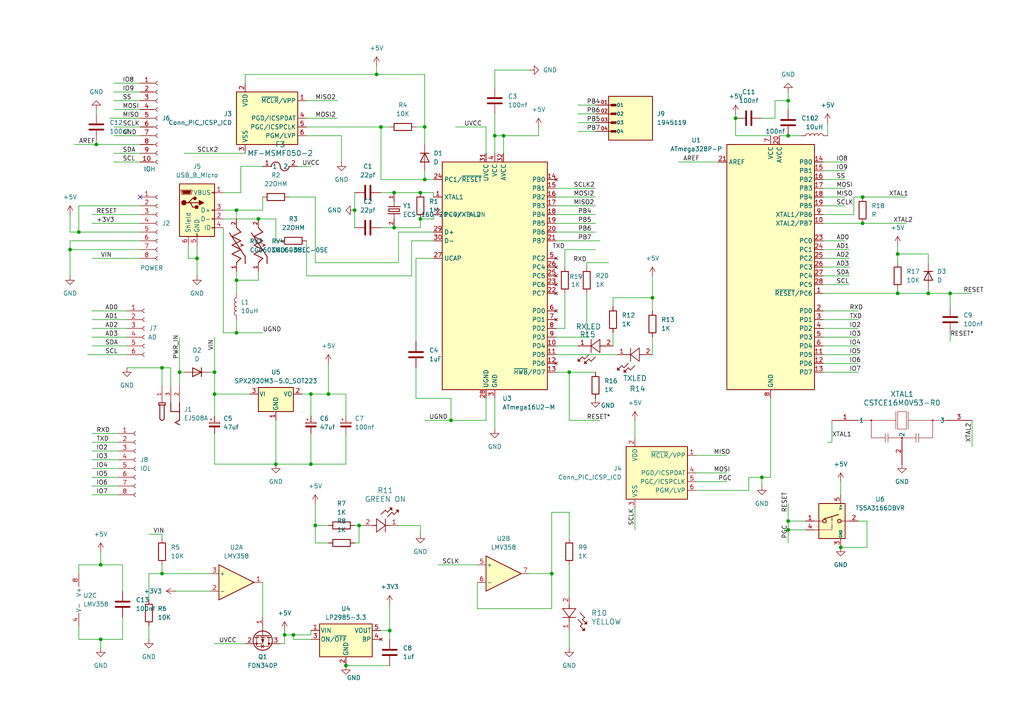
<source format=kicad_sch>
(kicad_sch (version 20231120) (generator "eeschema") (generator_version "8.0")
  (paper "A4")
  (junction (at 46.99 166.37))
  (junction (at 213.36 34.29))
  (junction (at 228.6 153.67))
  (junction (at 109.22 21.59))
  (junction (at 85.09 184.15))
  (junction (at 62.23 107.95))
  (junction (at 228.6 39.37))
  (junction (at 114.3 66.04))
  (junction (at 165.1 107.95))
  (junction (at 95.25 114.3))
  (junction (at 250.19 57.15))
  (junction (at 104.14 152.4))
  (junction (at 46.99 106.68))
  (junction (at 52.07 107.95))
  (junction (at 130.81 121.92))
  (junction (at 121.92 63.5))
  (junction (at 121.92 55.88))
  (junction (at 74.93 63.5))
  (junction (at 27.94 41.91))
  (junction (at 68.58 81.28))
  (junction (at 100.33 193.04))
  (junction (at 143.51 39.37))
  (junction (at 20.32 72.39))
  (junction (at 102.87 60.96))
  (junction (at 90.17 114.3))
  (junction (at 189.23 86.36))
  (junction (at 22.86 67.31))
  (junction (at 220.98 138.43))
  (junction (at 91.44 152.4))
  (junction (at 57.15 74.93))
  (junction (at 269.24 85.09))
  (junction (at 62.23 114.3))
  (junction (at 68.58 60.96))
  (junction (at 82.55 184.15))
  (junction (at 80.01 134.62))
  (junction (at 243.84 158.75))
  (junction (at 123.19 52.07))
  (junction (at 160.02 166.37))
  (junction (at 113.03 182.88))
  (junction (at 228.6 151.13))
  (junction (at 110.49 36.83))
  (junction (at 29.21 163.83))
  (junction (at 90.17 134.62))
  (junction (at 228.6 29.21))
  (junction (at 260.35 85.09))
  (junction (at 123.19 36.83))
  (junction (at 260.35 73.66))
  (junction (at 29.21 185.42))
  (junction (at 250.19 64.77))
  (junction (at 275.59 85.09))
  (junction (at 146.05 39.37))
  (junction (at 114.3 55.88))
  (junction (at 68.58 96.52))
  (no_connect (at 40.64 57.15))
  (wire (pts (xy 113.03 175.26) (xy 113.03 182.88)))
  (wire (pts (xy 125.73 57.15) (xy 125.73 55.88)))
  (wire (pts (xy 20.32 72.39) (xy 20.32 80.01)))
  (wire (pts (xy 238.76 85.09) (xy 260.35 85.09)))
  (wire (pts (xy 238.76 46.99) (xy 245.11 46.99)))
  (wire (pts (xy 238.76 57.15) (xy 245.11 57.15)))
  (wire (pts (xy 43.18 181.61) (xy 43.18 185.42)))
  (wire (pts (xy 275.59 85.09) (xy 281.94 85.09)))
  (wire (pts (xy 165.1 148.59) (xy 165.1 156.21)))
  (wire (pts (xy 62.23 97.79) (xy 62.23 107.95)))
  (wire (pts (xy 260.35 73.66) (xy 269.24 73.66)))
  (wire (pts (xy 102.87 60.96) (xy 102.87 66.04)))
  (wire (pts (xy 160.02 166.37) (xy 160.02 176.53)))
  (wire (pts (xy 241.3 121.92) (xy 241.3 128.27)))
  (wire (pts (xy 161.29 107.95) (xy 165.1 107.95)))
  (wire (pts (xy 64.77 63.5) (xy 74.93 63.5)))
  (wire (pts (xy 57.15 71.12) (xy 57.15 74.93)))
  (wire (pts (xy 68.58 96.52) (xy 76.2 96.52)))
  (wire (pts (xy 238.76 80.01) (xy 246.38 80.01)))
  (wire (pts (xy 90.17 184.15) (xy 90.17 182.88)))
  (wire (pts (xy 26.67 90.17) (xy 36.83 90.17)))
  (wire (pts (xy 26.67 62.23) (xy 40.64 62.23)))
  (wire (pts (xy 269.24 73.66) (xy 269.24 76.2)))
  (wire (pts (xy 100.33 193.04) (xy 113.03 193.04)))
  (wire (pts (xy 91.44 76.2) (xy 91.44 57.15)))
  (wire (pts (xy 170.18 76.2) (xy 176.53 76.2)))
  (wire (pts (xy 238.76 62.23) (xy 247.65 62.23)))
  (wire (pts (xy 143.51 33.02) (xy 143.51 39.37)))
  (wire (pts (xy 143.51 115.57) (xy 143.51 124.46)))
  (wire (pts (xy 35.56 179.07) (xy 35.56 185.42)))
  (wire (pts (xy 163.83 72.39) (xy 163.83 77.47)))
  (wire (pts (xy 85.09 184.15) (xy 82.55 184.15)))
  (wire (pts (xy 110.49 36.83) (xy 88.9 36.83)))
  (wire (pts (xy 224.79 34.29) (xy 224.79 29.21)))
  (wire (pts (xy 120.65 36.83) (xy 123.19 36.83)))
  (wire (pts (xy 120.65 115.57) (xy 130.81 115.57)))
  (wire (pts (xy 35.56 185.42) (xy 29.21 185.42)))
  (wire (pts (xy 110.49 55.88) (xy 114.3 55.88)))
  (wire (pts (xy 88.9 80.01) (xy 119.38 80.01)))
  (wire (pts (xy 275.59 96.52) (xy 275.59 99.06)))
  (wire (pts (xy 228.6 151.13) (xy 228.6 153.67)))
  (wire (pts (xy 121.92 55.88) (xy 125.73 55.88)))
  (wire (pts (xy 27.94 31.75) (xy 27.94 33.02)))
  (wire (pts (xy 69.85 55.88) (xy 69.85 48.26)))
  (wire (pts (xy 119.38 69.85) (xy 119.38 80.01)))
  (wire (pts (xy 26.67 64.77) (xy 40.64 64.77)))
  (wire (pts (xy 104.14 157.48) (xy 104.14 152.4)))
  (wire (pts (xy 260.35 71.12) (xy 260.35 73.66)))
  (wire (pts (xy 91.44 57.15) (xy 83.82 57.15)))
  (wire (pts (xy 240.03 128.27) (xy 241.3 128.27)))
  (wire (pts (xy 109.22 19.05) (xy 109.22 21.59)))
  (wire (pts (xy 33.02 36.83) (xy 40.64 36.83)))
  (wire (pts (xy 91.44 146.05) (xy 91.44 152.4)))
  (wire (pts (xy 35.56 163.83) (xy 35.56 171.45)))
  (wire (pts (xy 62.23 107.95) (xy 62.23 114.3)))
  (wire (pts (xy 213.36 34.29) (xy 213.36 39.37)))
  (wire (pts (xy 189.23 86.36) (xy 189.23 90.17)))
  (wire (pts (xy 20.32 62.23) (xy 20.32 67.31)))
  (wire (pts (xy 243.84 139.7) (xy 243.84 143.51)))
  (wire (pts (xy 91.44 76.2) (xy 115.57 76.2)))
  (wire (pts (xy 22.86 185.42) (xy 22.86 181.61)))
  (wire (pts (xy 50.8 171.45) (xy 60.96 171.45)))
  (wire (pts (xy 260.35 83.82) (xy 260.35 85.09)))
  (wire (pts (xy 165.1 163.83) (xy 165.1 172.72)))
  (wire (pts (xy 90.17 185.42) (xy 85.09 185.42)))
  (wire (pts (xy 82.55 184.15) (xy 82.55 186.69)))
  (wire (pts (xy 26.67 143.51) (xy 34.29 143.51)))
  (wire (pts (xy 125.73 74.93) (xy 120.65 74.93)))
  (wire (pts (xy 110.49 66.04) (xy 114.3 66.04)))
  (wire (pts (xy 251.46 151.13) (xy 251.46 158.75)))
  (wire (pts (xy 40.64 44.45) (xy 33.02 44.45)))
  (wire (pts (xy 29.21 163.83) (xy 35.56 163.83)))
  (wire (pts (xy 26.67 125.73) (xy 34.29 125.73)))
  (wire (pts (xy 123.19 52.07) (xy 125.73 52.07)))
  (wire (pts (xy 143.51 39.37) (xy 146.05 39.37)))
  (wire (pts (xy 247.65 62.23) (xy 247.65 57.15)))
  (wire (pts (xy 43.18 166.37) (xy 43.18 173.99)))
  (wire (pts (xy 20.32 67.31) (xy 22.86 67.31)))
  (wire (pts (xy 64.77 96.52) (xy 68.58 96.52)))
  (wire (pts (xy 26.67 92.71) (xy 36.83 92.71)))
  (wire (pts (xy 54.61 74.93) (xy 57.15 74.93)))
  (wire (pts (xy 68.58 81.28) (xy 68.58 85.09)))
  (wire (pts (xy 160.02 176.53) (xy 138.43 176.53)))
  (wire (pts (xy 68.58 81.28) (xy 74.93 81.28)))
  (wire (pts (xy 146.05 44.45) (xy 146.05 39.37)))
  (wire (pts (xy 189.23 80.01) (xy 189.23 86.36)))
  (wire (pts (xy 123.19 36.83) (xy 123.19 41.91)))
  (wire (pts (xy 163.83 85.09) (xy 163.83 95.25)))
  (wire (pts (xy 201.93 142.24) (xy 217.17 142.24)))
  (wire (pts (xy 238.76 92.71) (xy 248.92 92.71)))
  (wire (pts (xy 238.76 107.95) (xy 248.92 107.95)))
  (wire (pts (xy 74.93 78.74) (xy 74.93 81.28)))
  (wire (pts (xy 76.2 57.15) (xy 76.2 60.96)))
  (wire (pts (xy 130.81 121.92) (xy 140.97 121.92)))
  (wire (pts (xy 54.61 71.12) (xy 54.61 74.93)))
  (wire (pts (xy 217.17 142.24) (xy 217.17 138.43)))
  (wire (pts (xy 201.93 139.7) (xy 210.82 139.7)))
  (wire (pts (xy 167.64 33.02) (xy 172.72 33.02)))
  (wire (pts (xy 167.64 38.1) (xy 172.72 38.1)))
  (wire (pts (xy 82.55 182.88) (xy 82.55 184.15)))
  (wire (pts (xy 238.76 52.07) (xy 245.11 52.07)))
  (wire (pts (xy 165.1 182.88) (xy 165.1 187.96)))
  (wire (pts (xy 238.76 69.85) (xy 245.11 69.85)))
  (wire (pts (xy 275.59 85.09) (xy 275.59 88.9)))
  (wire (pts (xy 161.29 95.25) (xy 163.83 95.25)))
  (wire (pts (xy 125.73 67.31) (xy 115.57 67.31)))
  (wire (pts (xy 238.76 59.69) (xy 245.11 59.69)))
  (wire (pts (xy 161.29 69.85) (xy 173.99 69.85)))
  (wire (pts (xy 102.87 157.48) (xy 104.14 157.48)))
  (wire (pts (xy 161.29 59.69) (xy 172.72 59.69)))
  (wire (pts (xy 110.49 182.88) (xy 113.03 182.88)))
  (wire (pts (xy 21.59 41.91) (xy 27.94 41.91)))
  (wire (pts (xy 99.06 39.37) (xy 99.06 46.99)))
  (wire (pts (xy 53.34 44.45) (xy 71.12 44.45)))
  (wire (pts (xy 29.21 185.42) (xy 22.86 185.42)))
  (wire (pts (xy 110.49 36.83) (xy 113.03 36.83)))
  (wire (pts (xy 26.67 100.33) (xy 36.83 100.33)))
  (wire (pts (xy 121.92 66.04) (xy 114.3 66.04)))
  (wire (pts (xy 26.67 140.97) (xy 34.29 140.97)))
  (wire (pts (xy 43.18 154.94) (xy 46.99 154.94)))
  (wire (pts (xy 27.94 40.64) (xy 27.94 41.91)))
  (wire (pts (xy 102.87 55.88) (xy 102.87 60.96)))
  (wire (pts (xy 95.25 105.41) (xy 95.25 114.3)))
  (wire (pts (xy 223.52 138.43) (xy 220.98 138.43)))
  (wire (pts (xy 165.1 107.95) (xy 165.1 121.92)))
  (wire (pts (xy 228.6 153.67) (xy 233.68 153.67)))
  (wire (pts (xy 57.15 74.93) (xy 57.15 80.01)))
  (wire (pts (xy 247.65 57.15) (xy 250.19 57.15)))
  (wire (pts (xy 189.23 97.79) (xy 189.23 102.87)))
  (wire (pts (xy 62.23 120.65) (xy 62.23 114.3)))
  (wire (pts (xy 123.19 49.53) (xy 123.19 52.07)))
  (wire (pts (xy 33.02 39.37) (xy 40.64 39.37)))
  (wire (pts (xy 163.83 72.39) (xy 172.72 72.39)))
  (wire (pts (xy 238.76 90.17) (xy 248.92 90.17)))
  (wire (pts (xy 161.29 97.79) (xy 170.18 97.79)))
  (wire (pts (xy 184.15 147.32) (xy 184.15 153.67)))
  (wire (pts (xy 167.64 35.56) (xy 172.72 35.56)))
  (wire (pts (xy 90.17 114.3) (xy 95.25 114.3)))
  (wire (pts (xy 20.32 69.85) (xy 40.64 69.85)))
  (wire (pts (xy 46.99 111.76) (xy 46.99 106.68)))
  (wire (pts (xy 127 163.83) (xy 138.43 163.83)))
  (wire (pts (xy 95.25 114.3) (xy 100.33 114.3)))
  (wire (pts (xy 228.6 29.21) (xy 228.6 31.75)))
  (wire (pts (xy 160.02 148.59) (xy 165.1 148.59)))
  (wire (pts (xy 52.07 107.95) (xy 53.34 107.95)))
  (wire (pts (xy 238.76 95.25) (xy 248.92 95.25)))
  (wire (pts (xy 224.79 29.21) (xy 228.6 29.21)))
  (wire (pts (xy 85.09 185.42) (xy 85.09 184.15)))
  (wire (pts (xy 104.14 152.4) (xy 105.41 152.4)))
  (wire (pts (xy 165.1 121.92) (xy 173.99 121.92)))
  (wire (pts (xy 260.35 73.66) (xy 260.35 76.2)))
  (wire (pts (xy 161.29 62.23) (xy 172.72 62.23)))
  (wire (pts (xy 80.01 69.85) (xy 81.28 69.85)))
  (wire (pts (xy 100.33 134.62) (xy 90.17 134.62)))
  (wire (pts (xy 269.24 85.09) (xy 275.59 85.09)))
  (wire (pts (xy 33.02 46.99) (xy 40.64 46.99)))
  (wire (pts (xy 22.86 163.83) (xy 29.21 163.83)))
  (wire (pts (xy 228.6 146.05) (xy 228.6 151.13)))
  (wire (pts (xy 177.8 86.36) (xy 189.23 86.36)))
  (wire (pts (xy 25.4 102.87) (xy 36.83 102.87)))
  (wire (pts (xy 76.2 60.96) (xy 68.58 60.96)))
  (wire (pts (xy 62.23 186.69) (xy 71.12 186.69)))
  (wire (pts (xy 33.02 26.67) (xy 40.64 26.67)))
  (wire (pts (xy 81.28 186.69) (xy 82.55 186.69)))
  (wire (pts (xy 156.21 36.83) (xy 156.21 39.37)))
  (wire (pts (xy 95.25 157.48) (xy 91.44 157.48)))
  (wire (pts (xy 217.17 138.43) (xy 220.98 138.43)))
  (wire (pts (xy 140.97 115.57) (xy 140.97 121.92)))
  (wire (pts (xy 226.06 39.37) (xy 228.6 39.37)))
  (wire (pts (xy 220.98 34.29) (xy 224.79 34.29)))
  (wire (pts (xy 110.49 52.07) (xy 123.19 52.07)))
  (wire (pts (xy 140.97 44.45) (xy 140.97 36.83)))
  (wire (pts (xy 161.29 57.15) (xy 172.72 57.15)))
  (wire (pts (xy 26.67 95.25) (xy 36.83 95.25)))
  (wire (pts (xy 22.86 67.31) (xy 40.64 67.31)))
  (wire (pts (xy 88.9 39.37) (xy 99.06 39.37)))
  (wire (pts (xy 115.57 67.31) (xy 115.57 76.2)))
  (wire (pts (xy 22.86 59.69) (xy 22.86 67.31)))
  (wire (pts (xy 60.96 107.95) (xy 62.23 107.95)))
  (wire (pts (xy 196.85 46.99) (xy 208.28 46.99)))
  (wire (pts (xy 228.6 151.13) (xy 233.68 151.13)))
  (wire (pts (xy 238.76 49.53) (xy 245.11 49.53)))
  (wire (pts (xy 238.76 105.41) (xy 248.92 105.41)))
  (wire (pts (xy 269.24 83.82) (xy 269.24 85.09)))
  (wire (pts (xy 68.58 60.96) (xy 64.77 60.96)))
  (wire (pts (xy 213.36 33.02) (xy 213.36 34.29)))
  (wire (pts (xy 170.18 85.09) (xy 170.18 97.79)))
  (wire (pts (xy 177.8 88.9) (xy 177.8 86.36)))
  (wire (pts (xy 20.32 72.39) (xy 40.64 72.39)))
  (wire (pts (xy 100.33 114.3) (xy 100.33 120.65)))
  (wire (pts (xy 120.65 106.68) (xy 120.65 115.57)))
  (wire (pts (xy 143.51 44.45) (xy 143.51 39.37)))
  (wire (pts (xy 26.67 130.81) (xy 34.29 130.81)))
  (wire (pts (xy 143.51 25.4) (xy 143.51 20.32)))
  (wire (pts (xy 238.76 97.79) (xy 248.92 97.79)))
  (wire (pts (xy 120.65 74.93) (xy 120.65 99.06)))
  (wire (pts (xy 228.6 39.37) (xy 232.41 39.37)))
  (wire (pts (xy 262.89 64.77) (xy 250.19 64.77)))
  (wire (pts (xy 123.19 121.92) (xy 130.81 121.92)))
  (wire (pts (xy 177.8 100.33) (xy 177.8 96.52)))
  (wire (pts (xy 161.29 102.87) (xy 179.07 102.87)))
  (wire (pts (xy 90.17 125.73) (xy 90.17 134.62)))
  (wire (pts (xy 125.73 62.23) (xy 125.73 63.5)))
  (wire (pts (xy 281.94 121.92) (xy 281.94 129.54)))
  (wire (pts (xy 160.02 148.59) (xy 160.02 166.37)))
  (wire (pts (xy 201.93 137.16) (xy 210.82 137.16)))
  (wire (pts (xy 26.67 74.93) (xy 40.64 74.93)))
  (wire (pts (xy 161.29 100.33) (xy 167.64 100.33)))
  (wire (pts (xy 29.21 160.02) (xy 29.21 163.83)))
  (wire (pts (xy 100.33 125.73) (xy 100.33 134.62)))
  (wire (pts (xy 27.94 41.91) (xy 40.64 41.91)))
  (wire (pts (xy 33.02 29.21) (xy 40.64 29.21)))
  (wire (pts (xy 91.44 152.4) (xy 95.25 152.4)))
  (wire (pts (xy 68.58 92.71) (xy 68.58 96.52)))
  (wire (pts (xy 238.76 102.87) (xy 248.92 102.87)))
  (wire (pts (xy 80.01 63.5) (xy 74.93 63.5)))
  (wire (pts (xy 88.9 80.01) (xy 88.9 69.85)))
  (wire (pts (xy 121.92 63.5) (xy 125.73 63.5)))
  (wire (pts (xy 52.07 107.95) (xy 52.07 111.76)))
  (wire (pts (xy 71.12 21.59) (xy 71.12 24.13)))
  (wire (pts (xy 46.99 166.37) (xy 60.96 166.37)))
  (wire (pts (xy 46.99 154.94) (xy 46.99 156.21)))
  (wire (pts (xy 238.76 74.93) (xy 246.38 74.93)))
  (wire (pts (xy 121.92 152.4) (xy 121.92 154.94)))
  (wire (pts (xy 250.19 64.77) (xy 238.76 64.77)))
  (wire (pts (xy 223.52 39.37) (xy 213.36 39.37)))
  (wire (pts (xy 80.01 63.5) (xy 80.01 69.85)))
  (wire (pts (xy 68.58 60.96) (xy 68.58 63.5)))
  (wire (pts (xy 146.05 39.37) (xy 156.21 39.37)))
  (wire (pts (xy 26.67 133.35) (xy 34.29 133.35)))
  (wire (pts (xy 49.53 111.76) (xy 49.53 106.68)))
  (wire (pts (xy 64.77 66.04) (xy 64.77 96.52)))
  (wire (pts (xy 170.18 76.2) (xy 170.18 77.47)))
  (wire (pts (xy 130.81 115.57) (xy 130.81 121.92)))
  (wire (pts (xy 76.2 168.91) (xy 76.2 179.07)))
  (wire (pts (xy 223.52 115.57) (xy 223.52 138.43)))
  (wire (pts (xy 153.67 166.37) (xy 160.02 166.37)))
  (wire (pts (xy 260.35 85.09) (xy 269.24 85.09)))
  (wire (pts (xy 88.9 29.21) (xy 97.79 29.21)))
  (wire (pts (xy 238.76 77.47) (xy 246.38 77.47)))
  (wire (pts (xy 161.29 64.77) (xy 172.72 64.77)))
  (wire (pts (xy 46.99 166.37) (xy 43.18 166.37)))
  (wire (pts (xy 113.03 182.88) (xy 113.03 185.42)))
  (wire (pts (xy 110.49 36.83) (xy 110.49 52.07)))
  (wire (pts (xy 22.86 59.69) (xy 40.64 59.69)))
  (wire (pts (xy 251.46 158.75) (xy 243.84 158.75)))
  (wire (pts (xy 26.67 128.27) (xy 34.29 128.27)))
  (wire (pts (xy 165.1 107.95) (xy 172.72 107.95)))
  (wire (pts (xy 109.22 21.59) (xy 123.19 21.59)))
  (wire (pts (xy 248.92 151.13) (xy 251.46 151.13)))
  (wire (pts (xy 72.39 114.3) (xy 62.23 114.3)))
  (wire (pts (xy 121.92 63.5) (xy 121.92 66.04)))
  (wire (pts (xy 114.3 55.88) (xy 121.92 55.88)))
  (wire (pts (xy 228.6 153.67) (xy 228.6 157.48)))
  (wire (pts (xy 86.36 48.26) (xy 90.17 48.26)))
  (wire (pts (xy 123.19 21.59) (xy 123.19 36.83)))
  (wire (pts (xy 115.57 152.4) (xy 121.92 152.4)))
  (wire (pts (xy 184.15 121.92) (xy 184.15 127)))
  (wire (pts (xy 26.67 138.43) (xy 34.29 138.43)))
  (wire (pts (xy 85.09 184.15) (xy 90.17 184.15)))
  (wire (pts (xy 52.07 97.79) (xy 52.07 107.95)))
  (wire (pts (xy 250.19 57.15) (xy 262.89 57.15)))
  (wire (pts (xy 90.17 114.3) (xy 90.17 120.65)))
  (wire (pts (xy 69.85 48.26) (xy 76.2 48.26)))
  (wire (pts (xy 201.93 132.08) (xy 210.82 132.08)))
  (wire (pts (xy 90.17 134.62) (xy 80.01 134.62)))
  (wire (pts (xy 228.6 26.67) (xy 228.6 29.21)))
  (wire (pts (xy 33.02 24.13) (xy 40.64 24.13)))
  (wire (pts (xy 238.76 54.61) (xy 245.11 54.61)))
  (wire (pts (xy 71.12 21.59) (xy 109.22 21.59)))
  (wire (pts (xy 68.58 78.74) (xy 68.58 81.28)))
  (wire (pts (xy 102.87 152.4) (xy 104.14 152.4)))
  (wire (pts (xy 143.51 20.32) (xy 153.67 20.32)))
  (wire (pts (xy 26.67 97.79) (xy 36.83 97.79)))
  (wire (pts (xy 29.21 185.42) (xy 29.21 187.96)))
  (wire (pts (xy 88.9 34.29) (xy 97.79 34.29)))
  (wire (pts (xy 80.01 121.92) (xy 80.01 134.62)))
  (wire (pts (xy 238.76 100.33) (xy 248.92 100.33)))
  (wire (pts (xy 138.43 176.53) (xy 138.43 168.91)))
  (wire (pts (xy 238.76 82.55) (xy 246.38 82.55)))
  (wire (pts (xy 22.86 166.37) (xy 22.86 163.83)))
  (wire (pts (xy 49.53 106.68) (xy 46.99 106.68)))
  (wire (pts (xy 33.02 31.75) (xy 40.64 31.75)))
  (wire (pts (xy 91.44 157.48) (xy 91.44 152.4)))
  (wire (pts (xy 64.77 55.88) (xy 69.85 55.88)))
  (wire (pts (xy 62.23 134.62) (xy 80.01 134.62)))
  (wire (pts (xy 161.29 67.31) (xy 172.72 67.31)))
  (wire (pts (xy 87.63 114.3) (xy 90.17 114.3)))
  (wire (pts (xy 31.75 34.29) (xy 40.64 34.29)))
  (wire (pts (xy 125.73 69.85) (xy 119.38 69.85)))
  (wire (pts (xy 167.64 30.48) (xy 172.72 30.48)))
  (wire (pts (xy 26.67 135.89) (xy 34.29 135.89)))
  (wire (pts (xy 46.99 166.37) (xy 46.99 163.83)))
  (wire (pts (xy 36.83 106.68) (xy 46.99 106.68)))
  (wire (pts (xy 132.08 36.83) (xy 140.97 36.83)))
  (wire (pts (xy 161.29 54.61) (xy 172.72 54.61)))
  (wire (pts (xy 238.76 72.39) (xy 246.38 72.39)))
  (wire (pts (xy 20.32 69.85) (xy 20.32 72.39)))
  (wire (pts (xy 62.23 125.73) (xy 62.23 134.62)))
  (wire (pts (xy 220.98 138.43) (xy 220.98 140.97)))
  (wire (pts (xy 240.03 35.56) (xy 240.03 39.37)))
  (label "XTAL2" (at 259.08 64.77 0))
  (label "IO7" (at 246.38 107.95 0))
  (label "UVCC" (at 87.63 48.26 0))
  (label "TXD" (at 163.83 72.39 180))
  (label "IO5" (at 246.38 102.87 0))
  (label "RESET" (at 228.6 148.59 90))
  (label "TXD" (at 27.94 128.27 0))
  (label "PB6" (at 167.64 67.31 0))
  (label "IO2" (at 27.94 130.81 0))
  (label "IO6" (at 246.38 105.41 0))
  (label "AD2" (at 242.57 74.93 0))
  (label "SS" (at 35.56 29.21 0))
  (label "AD1" (at 242.57 72.39 0))
  (label "MISO" (at 242.57 57.15 0))
  (label "AD0" (at 30.48 90.17 0))
  (label "MOSI" (at 242.57 54.61 0))
  (label "SCLK" (at 184.15 152.4 90))
  (label "SCL" (at 30.48 102.87 0))
  (label "IO7" (at 27.94 143.51 0))
  (label "IO8" (at 242.57 46.99 0))
  (label "RXD" (at 246.38 90.17 0))
  (label "PB6" (at 170.18 33.02 0))
  (label "PB4" (at 170.18 30.48 0))
  (label "SCLK2" (at 166.37 54.61 0))
  (label "SDA" (at 30.48 100.33 0))
  (label "+3V3" (at 27.94 64.77 0))
  (label "UGND" (at 124.46 121.92 0))
  (label "AD0" (at 242.57 69.85 0))
  (label "UVCC" (at 134.62 36.83 0))
  (label "PGC" (at 208.28 139.7 0))
  (label "SCL" (at 35.56 46.99 0))
  (label "MOSI" (at 207.01 137.16 0))
  (label "PB5" (at 170.18 35.56 0))
  (label "AD3" (at 242.57 77.47 0))
  (label "RESET*" (at 170.18 121.92 0))
  (label "IO4" (at 246.38 100.33 0))
  (label "IO4" (at 27.94 135.89 0))
  (label "SS" (at 242.57 52.07 0))
  (label "TXD" (at 246.38 92.71 0))
  (label "VIN" (at 44.45 154.94 0))
  (label "MISO" (at 35.56 34.29 0))
  (label "MISO" (at 207.01 132.08 0))
  (label "XTAL2" (at 281.94 128.27 90))
  (label "IO6" (at 27.94 140.97 0))
  (label "IO3" (at 246.38 97.79 0))
  (label "RXD" (at 27.94 125.73 0))
  (label "VIN" (at 62.23 101.6 90))
  (label "IO9" (at 242.57 49.53 0))
  (label "IO5" (at 27.94 138.43 0))
  (label "GND" (at 35.56 39.37 0))
  (label "SCLK" (at 128.27 163.83 0))
  (label "PB5" (at 167.64 64.77 0))
  (label "PGC" (at 228.6 156.21 90))
  (label "AD3" (at 30.48 97.79 0))
  (label "AREF" (at 198.12 46.99 0))
  (label "IO9" (at 35.56 26.67 0))
  (label "IO8" (at 35.56 24.13 0))
  (label "MOSI2" (at 91.44 34.29 0))
  (label "SDA" (at 242.57 80.01 0))
  (label "MOSI2" (at 166.37 57.15 0))
  (label "XTAL1" (at 241.3 127 0))
  (label "SDA" (at 35.56 44.45 0))
  (label "MISO2" (at 91.44 29.21 0))
  (label "XTAL1" (at 257.81 57.15 0))
  (label "IO2" (at 246.38 95.25 0))
  (label "RESET" (at 279.4 85.09 0))
  (label "RXD" (at 170.18 76.2 180))
  (label "MOSI" (at 35.56 31.75 0))
  (label "SCLK" (at 242.57 59.69 0))
  (label "SCL" (at 242.57 82.55 0))
  (label "AD2" (at 30.48 95.25 0))
  (label "SCLK" (at 35.56 36.83 0))
  (label "VIN" (at 29.21 74.93 0))
  (label "IO3" (at 27.94 133.35 0))
  (label "UGND" (at 76.2 96.52 0))
  (label "PB4" (at 167.64 62.23 0))
  (label "UVCC" (at 63.5 186.69 0))
  (label "PB7" (at 170.18 38.1 0))
  (label "AD1" (at 30.48 92.71 0))
  (label "PB7" (at 167.64 69.85 0))
  (label "RESET" (at 27.94 62.23 0))
  (label "SCLK2" (at 57.15 44.45 0))
  (label "RESET*" (at 275.59 97.79 0))
  (label "PWR_IN" (at 52.07 104.14 90))
  (label "AREF" (at 22.86 41.91 0))
  (label "MISO2" (at 166.37 59.69 0))
  (symbol (lib_id "power:GND") (at 100.33 193.04 0) (unit 1)
    (property "Reference" "#PWR015" (effects (hide yes)))
    (property "Value" "GND" (at 102.616 196.596 0))
    (property "Description" "Power symbol creates a global label with name \"GND\" , ground" (effects (hide yes)))
  )
  (symbol (lib_id "Device:L") (at 236.22 39.37 90) (unit 1)
    (property "Reference" "L2" (at 236.22 34.29 90))
    (property "Value" "10uH" (at 236.22 36.83 90))
    (property "Footprint" "Inductor_SMD:L_0201_0603Metric" (effects (hide yes)))
    (property "Description" "Inductor" (effects (hide yes)))
  )
  (symbol (lib_id "power:GND") (at 121.92 154.94 0) (unit 1)
    (property "Reference" "#PWR018" (effects (hide yes)))
    (property "Value" "GND" (at 121.92 160.02 0))
    (property "Description" "Power symbol creates a global label with name \"GND\" , ground" (effects (hide yes)))
  )
  (symbol (lib_id "power:PRI_HI") (at 113.03 175.26 0) (unit 1)
    (property "Reference" "#PWR016" (effects (hide yes)))
    (property "Value" "+3V3" (at 113.03 170.18 0))
    (property "Description" "Power symbol creates a global label with name \"PRI_HI\"" (effects (hide yes)))
  )
  (symbol (lib_id "Connector:Conn_01x08_Socket") (at 39.37 133.35 0) (unit 1)
    (property "Reference" "J8" (at 40.64 133.3499 0) (effects (justify left)))
    (property "Value" "IOL" (at 40.64 135.8899 0) (effects (justify left)))
    (property "Footprint" "Connector_PinSocket_1.00mm:PinSocket_1x08_P1.00mm_Vertical" (effects (hide yes)))
    (property "Description" "Generic connector, single row, 01x08, script generated" (effects (hide yes)))
  )
  (symbol (lib_id "Connector:Conn_01x10_Socket") (at 45.72 34.29 0) (unit 1)
    (property "Reference" "J6" (at 46.99 34.2899 0) (effects (justify left)))
    (property "Value" "IOH" (at 41.656 49.022 0) (effects (justify left)))
    (property "Footprint" "Connector_PinSocket_1.00mm:PinSocket_1x10_P1.00mm_Vertical" (effects (hide yes)))
    (property "Description" "Generic connector, single row, 01x10, script generated" (effects (hide yes)))
  )
  (symbol (lib_id "power:GND") (at 36.83 106.68 0) (unit 1)
    (property "Reference" "#PWR02" (effects (hide yes)))
    (property "Value" "GND" (at 36.83 111.76 0))
    (property "Description" "Power symbol creates a global label with name \"GND\" , ground" (effects (hide yes)))
  )
  (symbol (lib_id "Device:C") (at 35.56 175.26 0) (unit 1)
    (property "Reference" "C13" (at 39.37 173.9899 0) (effects (justify left)))
    (property "Value" "100nf" (at 39.37 176.5299 0) (effects (justify left)))
    (property "Footprint" "Capacitor_SMD:C_0201_0603Metric" (effects (hide yes)))
    (property "Description" "Unpolarized capacitor" (effects (hide yes)))
  )
  (symbol (lib_id "power:PRI_HI") (at 95.25 105.41 0) (unit 1)
    (property "Reference" "#PWR011" (effects (hide yes)))
    (property "Value" "+5V" (at 95.25 100.33 0))
    (property "Description" "Power symbol creates a global label with name \"PRI_HI\"" (effects (hide yes)))
  )
  (symbol (lib_id "Device:C") (at 143.51 29.21 0) (unit 1)
    (property "Reference" "C3" (at 147.32 27.9399 0) (effects (justify left)))
    (property "Value" "100nf" (at 147.32 30.4799 0) (effects (justify left)))
    (property "Footprint" "Capacitor_SMD:C_0201_0603Metric" (effects (hide yes)))
    (property "Description" "Unpolarized capacitor" (effects (hide yes)))
  )
  (symbol (lib_id "power:GND") (at 143.51 124.46 0) (unit 1)
    (property "Reference" "#PWR04" (effects (hide yes)))
    (property "Value" "GND" (at 143.51 129.54 0))
    (property "Description" "Power symbol creates a global label with name \"GND\" , ground" (effects (hide yes)))
  )
  (symbol (lib_id "Connector:USB_B_Micro") (at 57.15 60.96 0) (unit 1)
    (property "Reference" "J5" (at 57.15 48.26 0))
    (property "Value" "USB_B_Micro" (at 57.15 50.8 0))
    (property "Footprint" "Connector_USB:USB_Micro-B_GCT_USB3076-30-A" (effects (hide yes)))
    (property "Description" "USB Micro Type B connector" (effects (hide yes)))
  )
  (symbol (lib_id "Device:D") (at 123.19 45.72 270) (unit 1)
    (property "Reference" "D1" (at 125.73 44.4499 90) (effects (justify left)))
    (property "Value" "D" (at 125.73 46.9899 90) (effects (justify left)))
    (property "Footprint" "Diode_SMD:D_0201_0603Metric" (effects (hide yes)))
    (property "Description" "Diode" (effects (hide yes)))
    (property "Sim.Device" "D" (effects (hide yes)))
    (property "Sim.Pins" "1=K 2=A" (effects (hide yes)))
  )
  (symbol (lib_id "power:GND") (at 20.32 80.01 0) (unit 1)
    (property "Reference" "#PWR031" (effects (hide yes)))
    (property "Value" "GND" (at 20.32 85.09 0))
    (property "Description" "Power symbol creates a global label with name \"GND\" , ground" (effects (hide yes)))
  )
  (symbol (lib_name "GND_1") (lib_id "power:GND") (at 228.6 26.67 180) (unit 1)
    (property "Reference" "#PWR026" (effects (hide yes)))
    (property "Value" "GND" (at 228.6 21.59 0))
    (property "Description" "Power symbol creates a global label with name \"GND\" , ground" (effects (hide yes)))
  )
  (symbol (lib_id "Device:C") (at 217.17 34.29 90) (unit 1)
    (property "Reference" "C11" (at 217.17 26.67 90))
    (property "Value" "100nf" (at 217.17 29.21 90))
    (property "Footprint" "Capacitor_SMD:C_0201_0603Metric" (effects (hide yes)))
    (property "Description" "Unpolarized capacitor" (effects (hide yes)))
  )
  (symbol (lib_id "LED Y:SML-D12Y1WT86") (at 177.8 100.33 180) (unit 1)
    (property "Reference" "R15" (at 170.434 97.028 0) (effects (font (size 1.524 1.524))))
    (property "Value" "RXLED" (at 170.688 94.742 0) (effects (font (size 1.524 1.524))))
    (property "Footprint" "footprints:LED_SMLD12_ROM" (effects (hide yes)))
    (property "Datasheet" "SML-D12Y1WT86" (effects (hide yes)))
  )
  (symbol (lib_id "Connector:Conn_01x08_Socket") (at 45.72 64.77 0) (unit 1)
    (property "Reference" "J2" (at 46.99 64.7699 0) (effects (justify left)))
    (property "Value" "POWER" (at 40.64 77.724 0) (effects (justify left)))
    (property "Footprint" "Connector_PinSocket_1.00mm:PinSocket_1x08_P1.00mm_Vertical" (effects (hide yes)))
    (property "Description" "Generic connector, single row, 01x08, script generated" (effects (hide yes)))
  )
  (symbol (lib_id "Device:R") (at 43.18 177.8 0) (unit 1)
    (property "Reference" "R6" (at 45.72 176.5299 0) (effects (justify left)))
    (property "Value" "10K" (at 45.72 179.0699 0) (effects (justify left)))
    (property "Footprint" "Resistor_SMD:R_0201_0603Metric" (effects (hide yes)))
    (property "Description" "Resistor" (effects (hide yes)))
  )
  (symbol (lib_id "Connector:Conn_01x06_Socket") (at 41.91 95.25 0) (unit 1)
    (property "Reference" "J7" (at 43.18 95.2499 0) (effects (justify left)))
    (property "Value" "AD" (at 42.926 97.79 0) (effects (justify left)))
    (property "Footprint" "Connector_PinSocket_1.00mm:PinSocket_1x06_P1.00mm_Vertical" (effects (hide yes)))
    (property "Description" "Generic connector, single row, 01x06, script generated" (effects (hide yes)))
  )
  (symbol (lib_name "PRI_HI_2") (lib_id "power:PRI_HI") (at 213.36 33.02 0) (unit 1)
    (property "Reference" "#PWR024" (effects (hide yes)))
    (property "Value" "+5V" (at 213.36 27.94 0))
    (property "Description" "Power symbol creates a global label with name \"PRI_HI\"" (effects (hide yes)))
  )
  (symbol (lib_id "Device:C") (at 275.59 92.71 0) (unit 1)
    (property "Reference" "C9" (at 279.4 91.4399 0) (effects (justify left)))
    (property "Value" "100nf" (at 279.4 93.9799 0) (effects (justify left)))
    (property "Footprint" "Capacitor_SMD:C_0201_0603Metric" (effects (hide yes)))
    (property "Description" "Unpolarized capacitor" (effects (hide yes)))
  )
  (symbol (lib_id "Device:D") (at 57.15 107.95 180) (unit 1)
    (property "Reference" "D2" (at 57.15 101.6 0))
    (property "Value" "D" (at 57.15 104.14 0))
    (property "Footprint" "Diode_SMD:D_0201_0603Metric" (effects (hide yes)))
    (property "Description" "Diode" (effects (hide yes)))
    (property "Sim.Device" "D" (effects (hide yes)))
    (property "Sim.Pins" "1=K 2=A" (effects (hide yes)))
  )
  (symbol (lib_id "Device:C") (at 106.68 55.88 90) (unit 1)
    (property "Reference" "C1" (at 106.68 48.26 90))
    (property "Value" "22pf" (at 106.68 50.8 90))
    (property "Footprint" "Capacitor_SMD:C_0201_0603Metric" (effects (hide yes)))
    (property "Description" "Unpolarized capacitor" (effects (hide yes)))
  )
  (symbol (lib_id "power:PRI_HI") (at 82.55 182.88 0) (unit 1)
    (property "Reference" "#PWR014" (effects (hide yes)))
    (property "Value" "+5V" (at 82.55 177.8 0))
    (property "Description" "Power symbol creates a global label with name \"PRI_HI\"" (effects (hide yes)))
  )
  (symbol (lib_id "Amplifier_Operational:LMV358") (at 146.05 166.37 0) (unit 2)
    (property "Reference" "U2" (at 146.05 156.21 0))
    (property "Value" "LMV358" (at 146.05 158.75 0))
    (property "Footprint" "Package_CSP:LFCSP-8_2x2mm_P0.5mm" (effects (hide yes)))
    (property "Datasheet" "http://www.ti.com/lit/ds/symlink/lmv324.pdf" (effects (hide yes)))
    (property "Description" "Dual Low-Voltage Rail-to-Rail Output Operational Amplifiers, SOIC-8/SSOP-8" (effects (hide yes)))
  )
  (symbol (lib_id "ECS-160-20-4X-B-DN:ECS-160-20-4X-B-DN") (at 114.3 60.96 270) (unit 1)
    (property "Reference" "Y1" (at 116.84 59.6899 90) (effects (justify left)))
    (property "Value" "ECS-160-20-4X-B-DN" (at 116.84 62.2299 90) (effects (justify left)))
    (property "Footprint" "ECS_160_20_4X_B_DN:XTAL_ECS-160-20-4X-B-DN" (effects (hide yes)))
  )
  (symbol (lib_id "Device:R") (at 46.99 160.02 0) (unit 1)
    (property "Reference" "R5" (at 49.53 158.7499 0) (effects (justify left)))
    (property "Value" "10K" (at 49.53 161.2899 0) (effects (justify left)))
    (property "Footprint" "Resistor_SMD:R_0201_0603Metric" (effects (hide yes)))
    (property "Description" "Resistor" (effects (hide yes)))
  )
  (symbol (lib_name "SPX2920M3-5.0_SOT223_1") (lib_id "Regulator_Linear:SPX2920M3-5.0_SOT223") (at 80.01 114.3 0) (unit 1)
    (property "Reference" "U5" (at 80.01 107.95 0))
    (property "Value" "SPX2920M3-5.0_SOT223" (at 80.01 110.49 0))
    (property "Footprint" "Package_TO_SOT_SMD:SOT-223-3_TabPin2" (effects (hide yes)))
    (property "Datasheet" "http://www.zlgmcu.com/Sipex/LDO/PDF/spx2920.pdf" (effects (hide yes)))
    (property "Description" "400mA Low drop-out regulator, Fixed Output 5V, SOT-223" (effects (hide yes)))
  )
  (symbol (lib_id "power:GND") (at 172.72 115.57 0) (unit 1)
    (property "Reference" "#PWR021" (effects (hide yes)))
    (property "Value" "GND" (at 176.276 117.602 0))
    (property "Description" "Power symbol creates a global label with name \"GND\" , ground" (effects (hide yes)))
  )
  (symbol (lib_id "CG0603MLC-05E:CG0603MLC-05E") (at 74.93 71.12 90) (unit 1)
    (property "Reference" "RV4" (at 78.74 69.9769 90) (effects (justify right)))
    (property "Value" "CG0603MLC-05E" (at 78.74 72.5169 90) (effects (justify right)))
    (property "Footprint" "CG0603MLC_05E:VARC1608X56N" (effects (hide yes)))
    (property "PARTREV" "E" (effects (hide yes)))
    (property "MANUFACTURER" "Bourns" (effects (hide yes)))
    (property "MAXIMUM_PACKAGE_HEIGHT" "0.56 mm" (effects (hide yes)))
    (property "STANDARD" "IPC 7351B" (effects (hide yes)))
  )
  (symbol (lib_id "power:PRI_HI") (at 20.32 62.23 0) (unit 1)
    (property "Reference" "#PWR030" (effects (hide yes)))
    (property "Value" "+5V" (at 20.32 57.15 0))
    (property "Description" "Power symbol creates a global label with name \"PRI_HI\"" (effects (hide yes)))
  )
  (symbol (lib_id "Device:R") (at 172.72 111.76 0) (unit 1)
    (property "Reference" "R16" (at 175.26 110.4899 0) (effects (justify left)))
    (property "Value" "1K" (at 175.26 113.0299 0) (effects (justify left)))
    (property "Footprint" "Resistor_SMD:R_0201_0603Metric" (effects (hide yes)))
    (property "Description" "Resistor" (effects (hide yes)))
  )
  (symbol (lib_id "power:GND") (at 99.06 46.99 0) (unit 1)
    (property "Reference" "#PWR08" (effects (hide yes)))
    (property "Value" "GND" (at 99.06 52.07 0))
    (property "Description" "Power symbol creates a global label with name \"GND\" , ground" (effects (hide yes)))
  )
  (symbol (lib_id "power:GND") (at 80.01 134.62 0) (unit 1)
    (property "Reference" "#PWR010" (effects (hide yes)))
    (property "Value" "GND" (at 80.01 139.7 0))
    (property "Description" "Power symbol creates a global label with name \"GND\" , ground" (effects (hide yes)))
  )
  (symbol (lib_id "power:PRI_HI") (at 260.35 71.12 0) (unit 1)
    (property "Reference" "#PWR022" (effects (hide yes)))
    (property "Value" "+5V" (at 260.35 66.04 0))
    (property "Description" "Power symbol creates a global label with name \"PRI_HI\"" (effects (hide yes)))
  )
  (symbol (lib_id "2X2:1945119") (at 182.88 35.56 0) (unit 1)
    (property "Reference" "J9" (at 190.5 33.0199 0) (effects (justify left)))
    (property "Value" "1945119" (at 190.5 35.5599 0) (effects (justify left)))
    (property "Footprint" "1945119:PHOENIX_1945119" (effects (hide yes)))
    (property "PARTREV" "29.05.2019" (effects (hide yes)))
    (property "STANDARD" "Manufacturer Recommendations" (effects (hide yes)))
    (property "MANUFACTURER" "Phoenix Contact" (effects (hide yes)))
  )
  (symbol (lib_id "Device:R") (at 260.35 80.01 0) (unit 1)
    (property "Reference" "R17" (at 262.89 78.7399 0) (effects (justify left)))
    (property "Value" "10K" (at 262.89 81.2799 0) (effects (justify left)))
    (property "Footprint" "Resistor_SMD:R_0201_0603Metric" (effects (hide yes)))
    (property "Description" "Resistor" (effects (hide yes)))
  )
  (symbol (lib_id "MCU_Microchip_ATmega:ATmega16U2-M") (at 143.51 80.01 0) (unit 1)
    (property "Reference" "U3" (at 145.7041 115.57 0) (effects (justify left)))
    (property "Value" "ATmega16U2-M" (at 145.7041 118.11 0) (effects (justify left)))
    (property "Footprint" "Package_DFN_QFN:QFN-32-1EP_5x5mm_P0.5mm_EP3.1x3.1mm" (effects (hide yes)))
    (property "Datasheet" "http://ww1.microchip.com/downloads/en/DeviceDoc/doc7799.pdf" (effects (hide yes)))
    (property "Description" "16MHz, 16kB Flash, 512B SRAM, 512B EEPROM, QFN-32" (effects (hide yes)))
  )
  (symbol (lib_id "power:GND") (at 165.1 187.96 0) (unit 1)
    (property "Reference" "#PWR019" (effects (hide yes)))
    (property "Value" "GND" (at 165.1 193.04 0))
    (property "Description" "Power symbol creates a global label with name \"GND\" , ground" (effects (hide yes)))
  )
  (symbol (lib_id "power:GND") (at 261.62 134.62 0) (unit 1)
    (property "Reference" "#PWR023" (effects (hide yes)))
    (property "Value" "GND" (at 261.62 139.7 0))
    (property "Description" "Power symbol creates a global label with name \"GND\" , ground" (effects (hide yes)))
  )
  (symbol (lib_id "Device:R") (at 163.83 81.28 0) (unit 1)
    (property "Reference" "R19" (at 165.1 80.264 0) (effects (justify left)))
    (property "Value" "1K" (at 165.608 82.55 0) (effects (justify left)))
    (property "Footprint" "Resistor_SMD:R_0201_0603Metric" (effects (hide yes)))
    (property "Description" "Resistor" (effects (hide yes)))
  )
  (symbol (lib_id "Device:C") (at 113.03 189.23 0) (unit 1)
    (property "Reference" "C8" (at 116.84 187.9599 0) (effects (justify left)))
    (property "Value" "1uf" (at 116.84 190.4999 0) (effects (justify left)))
    (property "Footprint" "Capacitor_SMD:C_0201_0603Metric" (effects (hide yes)))
    (property "Description" "Unpolarized capacitor" (effects (hide yes)))
  )
  (symbol (lib_id "Device:R") (at 177.8 92.71 0) (unit 1)
    (property "Reference" "R12" (at 180.34 91.4399 0) (effects (justify left)))
    (property "Value" "1K" (at 180.34 93.9799 0) (effects (justify left)))
    (property "Footprint" "Resistor_SMD:R_0201_0603Metric" (effects (hide yes)))
    (property "Description" "Resistor" (effects (hide yes)))
  )
  (symbol (lib_id "power:PRI_HI") (at 189.23 80.01 0) (unit 1)
    (property "Reference" "#PWR020" (effects (hide yes)))
    (property "Value" "+5V" (at 189.23 74.93 0))
    (property "Description" "Power symbol creates a global label with name \"PRI_HI\"" (effects (hide yes)))
  )
  (symbol (lib_id "Connector:Conn_PIC_ICSP_ICD") (at 189.23 137.16 0) (unit 1)
    (property "Reference" "J4" (at 180.34 135.8899 0) (effects (justify right)))
    (property "Value" "Conn_PIC_ICSP_ICD" (at 180.34 138.4299 0) (effects (justify right)))
    (property "Footprint" "Connector_PinHeader_2.54mm:PinHeader_1x06_P2.54mm_Vertical" (effects (hide yes)))
    (property "Datasheet" "http://ww1.microchip.com/downloads/en/devicedoc/30277d.pdf" (effects (hide yes)))
    (property "Description" "Microchip PIC In-Circuit Serial Programming/Debugging (ICSP/ICD) connector" (effects (hide yes)))
  )
  (symbol (lib_id "FUSE:MF-MSMF050-2") (at 76.2 48.26 0) (unit 1)
    (property "Reference" "F3" (at 81.28 41.91 0) (effects (font (size 1.524 1.524))))
    (property "Value" "MF-MSMF050-2" (at 81.28 44.45 0) (effects (font (size 1.524 1.524))))
    (property "Footprint" "Fuse:Fuse_0603_1608Metric" (effects (hide yes)))
    (property "Datasheet" "MF-MSMF050-2" (effects (hide yes)))
  )
  (symbol (lib_id "LED Y:SML-D12Y1WT86") (at 165.1 172.72 270) (unit 1)
    (property "Reference" "R10" (at 171.45 177.7999 90) (effects (font (size 1.524 1.524)) (justify left)))
    (property "Value" "YELLOW" (at 171.45 180.34 90) (effects (font (size 1.524 1.524)) (justify left)))
    (property "Footprint" "footprints:LED_SMLD12_ROM" (effects (hide yes)))
    (property "Datasheet" "SML-D12Y1WT86" (effects (hide yes)))
  )
  (symbol (lib_id "EJ508A:EJ508A") (at 49.53 116.84 90) (unit 1)
    (property "Reference" "J1" (at 53.34 118.7449 90) (effects (justify right)))
    (property "Value" "EJ508A" (at 53.34 121.2849 90) (effects (justify right)))
    (property "Footprint" "EJ508A:MPD_EJ508A" (effects (hide yes)))
    (property "PARTREV" "J" (effects (hide yes)))
    (property "STANDARD" "Manufacturer Recommendations" (effects (hide yes)))
    (property "MAXIMUM_PACKAGE_HEIGHT" "10.85 mm" (effects (hide yes)))
    (property "MANUFACTURER" "MPD" (effects (hide yes)))
  )
  (symbol (lib_id "Transistor_FET:FDN340P") (at 76.2 184.15 270) (unit 1)
    (property "Reference" "Q1" (at 76.2 190.5 90))
    (property "Value" "FDN340P" (at 76.2 193.04 90))
    (property "Footprint" "Package_TO_SOT_SMD:SOT-23" (effects (hide yes)))
    (property "Datasheet" "https://www.onsemi.com/pub/Collateral/FDN340P-D.PDF" (effects (hide yes)))
    (property "Description" "-2A Id, -20V Vds, P-Channel MOSFET, 70mOhm Ron, SOT-23" (effects (hide yes)))
  )
  (symbol (lib_id "power:PRI_HI") (at 109.22 19.05 0) (unit 1)
    (property "Reference" "#PWR09" (effects (hide yes)))
    (property "Value" "+5V" (at 109.22 13.97 0))
    (property "Description" "Power symbol creates a global label with name \"PRI_HI\"" (effects (hide yes)))
  )
  (symbol (lib_id "power:GND") (at 29.21 187.96 0) (unit 1)
    (property "Reference" "#PWR034" (effects (hide yes)))
    (property "Value" "GND" (at 29.21 193.04 0))
    (property "Description" "Power symbol creates a global label with name \"GND\" , ground" (effects (hide yes)))
  )
  (symbol (lib_id "Device:D") (at 269.24 80.01 270) (unit 1)
    (property "Reference" "D3" (at 271.78 78.7399 90) (effects (justify left)))
    (property "Value" "D" (at 271.78 81.2799 90) (effects (justify left)))
    (property "Footprint" "Diode_SMD:D_0201_0603Metric" (effects (hide yes)))
    (property "Description" "Diode" (effects (hide yes)))
    (property "Sim.Device" "D" (effects (hide yes)))
    (property "Sim.Pins" "1=K 2=A" (effects (hide yes)))
  )
  (symbol (lib_name "Conn_PIC_ICSP_ICD_1") (lib_id "Connector:Conn_PIC_ICSP_ICD") (at 76.2 34.29 0) (unit 1)
    (property "Reference" "J3" (at 67.31 33.0199 0) (effects (justify right)))
    (property "Value" "Conn_PIC_ICSP_ICD" (at 67.31 35.5599 0) (effects (justify right)))
    (property "Footprint" "Connector_PinHeader_2.54mm:PinHeader_1x06_P2.54mm_Vertical" (effects (hide yes)))
    (property "Datasheet" "http://ww1.microchip.com/downloads/en/devicedoc/30277d.pdf" (effects (hide yes)))
    (property "Description" "Microchip PIC In-Circuit Serial Programming/Debugging (ICSP/ICD) connector" (effects (hide yes)))
  )
  (symbol (lib_id "power:PRI_HI") (at 29.21 160.02 0) (unit 1)
    (property "Reference" "#PWR033" (effects (hide yes)))
    (property "Value" "+5V" (at 29.21 154.94 0))
    (property "Description" "Power symbol creates a global label with name \"PRI_HI\"" (effects (hide yes)))
  )
  (symbol (lib_name "LMV358_1") (lib_id "Amplifier_Operational:LMV358") (at 25.4 173.99 0) (unit 3)
    (property "Reference" "U2" (at 24.13 172.7199 0) (effects (justify left)))
    (property "Value" "LMV358" (at 24.13 175.2599 0) (effects (justify left)))
    (property "Footprint" "Package_CSP:LFCSP-8_2x2mm_P0.5mm" (effects (hide yes)))
    (property "Datasheet" "http://www.ti.com/lit/ds/symlink/lmv324.pdf" (effects (hide yes)))
    (property "Description" "Dual Low-Voltage Rail-to-Rail Output Operational Amplifiers, SOIC-8/SSOP-8" (effects (hide yes)))
  )
  (symbol (lib_id "power:GND") (at 57.15 80.01 0) (unit 1)
    (property "Reference" "#PWR01" (effects (hide yes)))
    (property "Value" "GND" (at 57.15 85.09 0))
    (property "Description" "Power symbol creates a global label with name \"GND\" , ground" (effects (hide yes)))
  )
  (symbol (lib_id "Device:R") (at 189.23 93.98 0) (unit 1)
    (property "Reference" "R13" (at 191.77 92.7099 0) (effects (justify left)))
    (property "Value" "1K" (at 191.77 95.2499 0) (effects (justify left)))
    (property "Footprint" "Resistor_SMD:R_0201_0603Metric" (effects (hide yes)))
    (property "Description" "Resistor" (effects (hide yes)))
  )
  (symbol (lib_id "Device:C_Polarized_Small") (at 100.33 123.19 0) (unit 1)
    (property "Reference" "C7" (at 102.87 121.3738 0) (effects (justify left)))
    (property "Value" "100nf" (at 102.87 123.9138 0) (effects (justify left)))
    (property "Footprint" "Capacitor_SMD:CP_Elec_3x5.3" (effects (hide yes)))
    (property "Description" "Polarized capacitor, small symbol" (effects (hide yes)))
  )
  (symbol (lib_id "CSTCE:CSTCE16M0V53-R0") (at 241.3 121.92 0) (unit 1)
    (property "Reference" "XTAL1" (at 261.62 114.3 0) (effects (font (size 1.524 1.524))))
    (property "Value" "CSTCE16M0V53-R0" (at 261.62 116.84 0) (effects (font (size 1.524 1.524))))
    (property "Footprint" "Crystal:Resonator_SMD_Murata_CSTxExxV-3Pin_3.0x1.1mm" (effects (hide yes)))
    (property "Datasheet" "CSTCE16M0V53-R0" (effects (hide yes)))
  )
  (symbol (lib_id "Device:C") (at 27.94 36.83 0) (unit 1)
    (property "Reference" "C12" (at 31.75 35.5599 0) (effects (justify left)))
    (property "Value" "100nf" (at 31.75 38.0999 0) (effects (justify left)))
    (property "Footprint" "Capacitor_SMD:C_0201_0603Metric" (effects (hide yes)))
    (property "Description" "Unpolarized capacitor" (effects (hide yes)))
  )
  (symbol (lib_id "power:PRI_HI") (at 91.44 146.05 0) (unit 1)
    (property "Reference" "#PWR017" (effects (hide yes)))
    (property "Value" "+5V" (at 91.44 140.97 0))
    (property "Description" "Power symbol creates a global label with name \"PRI_HI\"" (effects (hide yes)))
  )
  (symbol (lib_id "Device:R") (at 165.1 160.02 0) (unit 1)
    (property "Reference" "R9" (at 167.64 158.7499 0) (effects (justify left)))
    (property "Value" "1K" (at 167.64 161.2899 0) (effects (justify left)))
    (property "Footprint" "Resistor_SMD:R_0201_0603Metric" (effects (hide yes)))
    (property "Description" "Resistor" (effects (hide yes)))
  )
  (symbol (lib_name "PRI_HI_1") (lib_id "power:PRI_HI") (at 240.03 35.56 0) (unit 1)
    (property "Reference" "#PWR025" (effects (hide yes)))
    (property "Value" "+5V" (at 240.03 30.48 0))
    (property "Description" "Power symbol creates a global label with name \"PRI_HI\"" (effects (hide yes)))
  )
  (symbol (lib_id "Device:C") (at 228.6 35.56 0) (unit 1)
    (property "Reference" "C10" (at 232.41 34.2899 0) (effects (justify left)))
    (property "Value" "100nf" (at 221.996 38.1 0) (effects (justify left)))
    (property "Footprint" "Capacitor_SMD:C_0201_0603Metric" (effects (hide yes)))
    (property "Description" "Unpolarized capacitor" (effects (hide yes)))
  )
  (symbol (lib_id "power:GND") (at 220.98 140.97 0) (unit 1)
    (property "Reference" "#PWR03" (effects (hide yes)))
    (property "Value" "GND" (at 220.98 146.05 0))
    (property "Description" "Power symbol creates a global label with name \"GND\" , ground" (effects (hide yes)))
  )
  (symbol (lib_id "power:PRI_HI") (at 156.21 36.83 0) (unit 1)
    (property "Reference" "#PWR06" (effects (hide yes)))
    (property "Value" "+5V" (at 156.21 31.75 0))
    (property "Description" "Power symbol creates a global label with name \"PRI_HI\"" (effects (hide yes)))
  )
  (symbol (lib_id "Device:C_Polarized_Small") (at 62.23 123.19 0) (unit 1)
    (property "Reference" "C5" (at 64.77 121.3738 0) (effects (justify left)))
    (property "Value" "47uf" (at 64.77 123.9138 0) (effects (justify left)))
    (property "Footprint" "Capacitor_SMD:CP_Elec_3x5.3" (effects (hide yes)))
    (property "Description" "Polarized capacitor, small symbol" (effects (hide yes)))
  )
  (symbol (lib_id "Device:R") (at 80.01 57.15 90) (unit 1)
    (property "Reference" "R2" (at 80.01 50.8 90))
    (property "Value" "22OHM" (at 80.01 53.34 90))
    (property "Footprint" "Resistor_SMD:R_0201_0603Metric" (effects (hide yes)))
    (property "Description" "Resistor" (effects (hide yes)))
  )
  (symbol (lib_id "power:PRI_HI") (at 184.15 121.92 0) (unit 1)
    (property "Reference" "#PWR027" (effects (hide yes)))
    (property "Value" "+5V" (at 184.15 116.84 0))
    (property "Description" "Power symbol creates a global label with name \"PRI_HI\"" (effects (hide yes)))
  )
  (symbol (lib_id "power:GND") (at 153.67 20.32 90) (unit 1)
    (property "Reference" "#PWR07" (effects (hide yes)))
    (property "Value" "GND" (at 157.48 20.3199 90) (effects (justify right)))
    (property "Description" "Power symbol creates a global label with name \"GND\" , ground" (effects (hide yes)))
  )
  (symbol (lib_id "Analog_Switch:TS5A3166DBVR") (at 241.3 151.13 0) (unit 1)
    (property "Reference" "U6" (at 255.27 144.8114 0))
    (property "Value" "TS5A3166DBVR" (at 255.27 147.3514 0))
    (property "Footprint" "Package_TO_SOT_SMD:SOT-23-5" (effects (hide yes)))
    (property "Datasheet" "http://www.ti.com/lit/ds/symlink/ts5a3166.pdf" (effects (hide yes)))
    (property "Description" "Single SPST Analog Switch, 5-V/3.3-V, normally OFF, 0.9Ohm Ron, SOT-23-5" (effects (hide yes)))
  )
  (symbol (lib_id "Device:C") (at 120.65 102.87 0) (unit 1)
    (property "Reference" "C4" (at 124.46 101.5999 0) (effects (justify left)))
    (property "Value" "1uF" (at 124.46 104.1399 0) (effects (justify left)))
    (property "Footprint" "Capacitor_SMD:C_0201_0603Metric" (effects (hide yes)))
    (property "Description" "Unpolarized capacitor" (effects (hide yes)))
  )
  (symbol (lib_id "CG0603MLC-05E:CG0603MLC-05E") (at 68.58 71.12 90) (unit 1)
    (property "Reference" "RV3" (at 72.39 69.9769 90) (effects (justify right)))
    (property "Value" "CG0603MLC-05E" (at 72.39 72.5169 90) (effects (justify right)))
    (property "Footprint" "CG0603MLC_05E:VARC1608X56N" (effects (hide yes)))
    (property "PARTREV" "E" (effects (hide yes)))
    (property "MANUFACTURER" "Bourns" (effects (hide yes)))
    (property "MAXIMUM_PACKAGE_HEIGHT" "0.56 mm" (effects (hide yes)))
    (property "STANDARD" "IPC 7351B" (effects (hide yes)))
  )
  (symbol (lib_id "power:GND") (at 43.18 185.42 0) (unit 1)
    (property "Reference" "#PWR012" (effects (hide yes)))
    (property "Value" "GND" (at 43.18 190.5 0))
    (property "Description" "Power symbol creates a global label with name \"GND\" , ground" (effects (hide yes)))
  )
  (symbol (lib_id "Device:C") (at 106.68 66.04 90) (unit 1)
    (property "Reference" "C2" (at 106.68 58.42 90))
    (property "Value" "22pf" (at 106.68 60.96 90))
    (property "Footprint" "Capacitor_SMD:C_0201_0603Metric" (effects (hide yes)))
    (property "Description" "Unpolarized capacitor" (effects (hide yes)))
  )
  (symbol (lib_id "power:GND") (at 27.94 31.75 180) (unit 1)
    (property "Reference" "#PWR032" (effects (hide yes)))
    (property "Value" "GND" (at 27.94 26.67 0))
    (property "Description" "Power symbol creates a global label with name \"GND\" , ground" (effects (hide yes)))
  )
  (symbol (lib_id "power:GND") (at 102.87 60.96 270) (unit 1)
    (property "Reference" "#PWR05" (effects (hide yes)))
    (property "Value" "GND" (at 99.06 60.9599 90) (effects (justify right)))
    (property "Description" "Power symbol creates a global label with name \"GND\" , ground" (effects (hide yes)))
  )
  (symbol (lib_id "power:GND") (at 243.84 158.75 0) (unit 1)
    (property "Reference" "#PWR028" (effects (hide yes)))
    (property "Value" "GND" (at 243.84 163.83 0))
    (property "Description" "Power symbol creates a global label with name \"GND\" , ground" (effects (hide yes)))
  )
  (symbol (lib_id "Device:R") (at 116.84 36.83 90) (unit 1)
    (property "Reference" "R4" (at 116.84 30.48 90))
    (property "Value" "10K" (at 116.84 33.02 90))
    (property "Footprint" "Resistor_SMD:R_0201_0603Metric" (effects (hide yes)))
    (property "Description" "Resistor" (effects (hide yes)))
  )
  (symbol (lib_id "Regulator_Linear:LP2985-3.3") (at 100.33 185.42 0) (unit 1)
    (property "Reference" "U4" (at 100.33 176.53 0))
    (property "Value" "LP2985-3.3" (at 100.33 179.07 0))
    (property "Footprint" "Package_TO_SOT_SMD:SOT-23-5" (effects (hide yes)))
    (property "Datasheet" "http://www.ti.com/lit/ds/symlink/lp2985.pdf" (effects (hide yes)))
    (property "Description" "150mA 16V Low-noise Low-dropout Regulator With Shutdown, 3.3V output voltage, SOT-23-5" (effects (hide yes)))
  )
  (symbol (lib_id "power:PRI_HI") (at 50.8 171.45 90) (unit 1)
    (property "Reference" "#PWR013" (effects (hide yes)))
    (property "Value" "+3V3" (at 46.99 171.4499 90) (effects (justify left)))
    (property "Description" "Power symbol creates a global label with name \"PRI_HI\"" (effects (hide yes)))
  )
  (symbol (lib_id "Device:R") (at 85.09 69.85 90) (unit 1)
    (property "Reference" "R3" (at 85.09 63.5 90))
    (property "Value" "22OHM" (at 85.09 66.04 90))
    (property "Footprint" "Resistor_SMD:R_0201_0603Metric" (effects (hide yes)))
    (property "Description" "Resistor" (effects (hide yes)))
  )
  (symbol (lib_id "Amplifier_Operational:LMV358") (at 68.58 168.91 0) (unit 1)
    (property "Reference" "U2" (at 68.58 158.75 0))
    (property "Value" "LMV358" (at 68.58 161.29 0))
    (property "Footprint" "Package_CSP:LFCSP-8_2x2mm_P0.5mm" (effects (hide yes)))
    (property "Datasheet" "http://www.ti.com/lit/ds/symlink/lmv324.pdf" (effects (hide yes)))
    (property "Description" "Dual Low-Voltage Rail-to-Rail Output Operational Amplifiers, SOIC-8/SSOP-8" (effects (hide yes)))
  )
  (symbol (lib_id "Device:R") (at 99.06 157.48 90) (unit 1)
    (property "Reference" "R8" (at 99.06 151.13 90))
    (property "Value" "1K" (at 99.06 153.67 90))
    (property "Footprint" "Resistor_SMD:R_0201_0603Metric" (effects (hide yes)))
    (property "Description" "Resistor" (effects (hide yes)))
  )
  (symbol (lib_id "Device:R") (at 170.18 81.28 0) (unit 1)
    (property "Reference" "R20" (at 172.72 80.0099 0) (effects (justify left)))
    (property "Value" "1K" (at 172.72 82.5499 0) (effects (justify left)))
    (property "Footprint" "Resistor_SMD:R_0201_0603Metric" (effects (hide yes)))
    (property "Description" "Resistor" (effects (hide yes)))
  )
  (symbol (lib_id "power:PRI_HI") (at 243.84 139.7 0) (unit 1)
    (property "Reference" "#PWR029" (effects (hide yes)))
    (property "Value" "+5V" (at 243.84 134.62 0))
    (property "Description" "Power symbol creates a global label with name \"PRI_HI\"" (effects (hide yes)))
  )
  (symbol (lib_id "Device:L") (at 68.58 88.9 180) (unit 1)
    (property "Reference" "L1" (at 69.85 87.6299 0) (effects (justify right)))
    (property "Value" "10uH" (at 69.85 90.1699 0) (effects (justify right)))
    (property "Footprint" "Inductor_SMD:L_0201_0603Metric" (effects (hide yes)))
    (property "Description" "Inductor" (effects (hide yes)))
  )
  (symbol (lib_id "LED Y:SML-D12Y1WT86") (at 189.23 102.87 180) (unit 1)
    (property "Reference" "R14" (at 184.912 112.776 0) (effects (font (size 1.524 1.524))))
    (property "Value" "TXLED" (at 184.15 109.728 0) (effects (font (size 1.524 1.524))))
    (property "Footprint" "footprints:LED_SMLD12_ROM" (effects (hide yes)))
    (property "Datasheet" "SML-D12Y1WT86" (effects (hide yes)))
  )
  (symbol (lib_id "LED G:SML-D12P8WT86") (at 105.41 152.4 0) (unit 1)
    (property "Reference" "R11" (at 111.76 142.24 0) (effects (font (size 1.524 1.524))))
    (property "Value" "GREEN ON" (at 111.76 144.78 0) (effects (font (size 1.524 1.524))))
    (property "Footprint" "footprints:LED_SMLD12_ROM" (effects (hide yes)))
    (property "Datasheet" "SML-D12P8WT86" (effects (hide yes)))
  )
  (symbol (lib_id "Device:R") (at 121.92 59.69 0) (unit 1)
    (property "Reference" "R1" (at 124.46 58.4199 0) (effects (justify left)))
    (property "Value" "1M" (at 124.46 60.9599 0) (effects (justify left)))
    (property "Footprint" "Resistor_SMD:R_0201_0603Metric" (effects (hide yes)))
    (property "Description" "Resistor" (effects (hide yes)))
  )
  (symbol (lib_id "Device:C_Polarized_Small") (at 90.17 123.19 0) (unit 1)
    (property "Reference" "C6" (at 92.71 121.3738 0) (effects (justify left)))
    (property "Value" "47uf" (at 92.71 123.9138 0) (effects (justify left)))
    (property "Footprint" "Capacitor_SMD:CP_Elec_3x5.3" (effects (hide yes)))
    (property "Description" "Polarized capacitor, small symbol" (effects (hide yes)))
  )
  (symbol (lib_id "Device:R") (at 250.19 60.96 0) (unit 1)
    (property "Reference" "R18" (at 252.73 59.6899 0) (effects (justify left)))
    (property "Value" "R" (at 252.73 62.2299 0) (effects (justify left)))
    (property "Footprint" "Resistor_SMD:R_0201_0603Metric" (effects (hide yes)))
    (property "Description" "Resistor" (effects (hide yes)))
  )
  (symbol (lib_id "MCU_Microchip_ATmega:ATmega328P-P") (at 223.52 77.47 0) (unit 1)
    (property "Reference" "U1" (at 201.93 40.6714 0))
    (property "Value" "ATmega328P-P" (at 201.93 43.2114 0))
    (property "Footprint" "Package_DIP:DIP-28_W7.62mm" (effects (hide yes)))
    (property "Datasheet" "http://ww1.microchip.com/downloads/en/DeviceDoc/ATmega328_P%20AVR%20MCU%20with%20picoPower%20Technology%20Data%20Sheet%2040001984A.pdf" (effects (hide yes)))
    (property "Description" "20MHz, 32kB Flash, 2kB SRAM, 1kB EEPROM, DIP-28" (effects (hide yes)))
  )
  (symbol (lib_id "Device:R") (at 99.06 152.4 90) (unit 1)
    (property "Reference" "R7" (at 99.06 146.05 90))
    (property "Value" "1K" (at 99.06 148.59 90))
    (property "Footprint" "Resistor_SMD:R_0201_0603Metric" (effects (hide yes)))
    (property "Description" "Resistor" (effects (hide yes)))
  )
)
</source>
